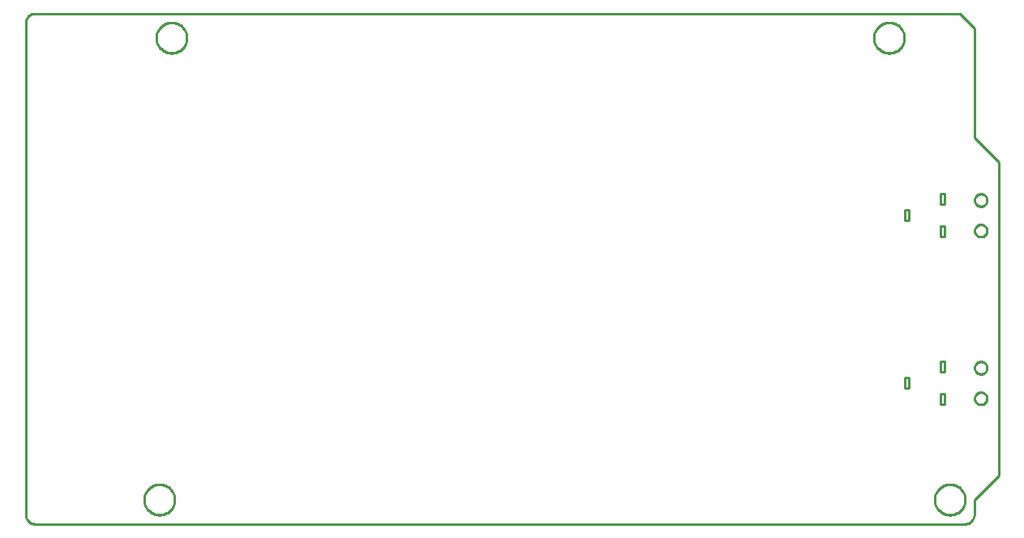
<source format=gbr>
G04 EAGLE Gerber RS-274X export*
G75*
%MOMM*%
%FSLAX34Y34*%
%LPD*%
%IN*%
%IPPOS*%
%AMOC8*
5,1,8,0,0,1.08239X$1,22.5*%
G01*
%ADD10C,0.100000*%
%ADD11C,0.254000*%


D10*
X917980Y152820D02*
X917980Y141820D01*
X921980Y141820D01*
X921980Y152820D01*
X917980Y152820D01*
X955480Y158820D02*
X955480Y169820D01*
X955480Y158820D02*
X959480Y158820D01*
X959480Y169820D01*
X955480Y169820D01*
X955480Y135820D02*
X955480Y124820D01*
X959480Y124820D01*
X959480Y135820D01*
X955480Y135820D01*
X917980Y317080D02*
X917980Y328080D01*
X917980Y317080D02*
X921980Y317080D01*
X921980Y328080D01*
X917980Y328080D01*
X955480Y334080D02*
X955480Y345080D01*
X955480Y334080D02*
X959480Y334080D01*
X959480Y345080D01*
X955480Y345080D01*
X955480Y311080D02*
X955480Y300080D01*
X959480Y300080D01*
X959480Y311080D01*
X955480Y311080D01*
D11*
X-40Y10160D02*
X-2Y9288D01*
X112Y8424D01*
X301Y7572D01*
X563Y6740D01*
X897Y5934D01*
X1300Y5160D01*
X1768Y4424D01*
X2300Y3732D01*
X2889Y3089D01*
X3532Y2500D01*
X4224Y1968D01*
X4960Y1500D01*
X5734Y1097D01*
X6540Y763D01*
X7372Y501D01*
X8224Y312D01*
X9088Y198D01*
X9960Y160D01*
X980560Y160D01*
X981432Y198D01*
X982296Y312D01*
X983148Y501D01*
X983980Y763D01*
X984786Y1097D01*
X985560Y1500D01*
X986296Y1968D01*
X986988Y2500D01*
X987631Y3089D01*
X988220Y3732D01*
X988752Y4424D01*
X989220Y5160D01*
X989623Y5934D01*
X989957Y6740D01*
X990219Y7572D01*
X990408Y8424D01*
X990522Y9288D01*
X990560Y10160D01*
X990560Y25560D01*
X1015960Y50960D01*
X1015960Y378620D01*
X990560Y404020D01*
X990560Y518320D01*
X975320Y533560D01*
X9960Y533560D01*
X9088Y533522D01*
X8224Y533408D01*
X7372Y533219D01*
X6540Y532957D01*
X5734Y532623D01*
X4960Y532220D01*
X4224Y531752D01*
X3532Y531220D01*
X2889Y530631D01*
X2300Y529988D01*
X1768Y529296D01*
X1300Y528560D01*
X897Y527786D01*
X563Y526980D01*
X301Y526148D01*
X112Y525296D01*
X-2Y524432D01*
X-40Y523560D01*
X-40Y10160D01*
X955480Y300080D02*
X959480Y300080D01*
X959480Y311080D01*
X955480Y311080D01*
X955480Y300080D01*
X955480Y334080D02*
X959480Y334080D01*
X959480Y345080D01*
X955480Y345080D01*
X955480Y334080D01*
X917980Y317080D02*
X921980Y317080D01*
X921980Y328080D01*
X917980Y328080D01*
X917980Y317080D01*
X955480Y124820D02*
X959480Y124820D01*
X959480Y135820D01*
X955480Y135820D01*
X955480Y124820D01*
X917980Y141820D02*
X921980Y141820D01*
X921980Y152820D01*
X917980Y152820D01*
X917980Y141820D01*
X955480Y158820D02*
X959480Y158820D01*
X959480Y169820D01*
X955480Y169820D01*
X955480Y158820D01*
X981160Y25036D02*
X981092Y23991D01*
X980955Y22952D01*
X980750Y21925D01*
X980479Y20913D01*
X980143Y19921D01*
X979742Y18953D01*
X979278Y18014D01*
X978755Y17106D01*
X978173Y16235D01*
X977535Y15404D01*
X976844Y14617D01*
X976103Y13876D01*
X975316Y13185D01*
X974485Y12548D01*
X973614Y11966D01*
X972706Y11442D01*
X971767Y10978D01*
X970799Y10577D01*
X969807Y10241D01*
X968795Y9970D01*
X967768Y9765D01*
X966729Y9629D01*
X965684Y9560D01*
X964636Y9560D01*
X963591Y9629D01*
X962552Y9765D01*
X961525Y9970D01*
X960513Y10241D01*
X959521Y10577D01*
X958553Y10978D01*
X957614Y11442D01*
X956706Y11966D01*
X955835Y12548D01*
X955004Y13185D01*
X954217Y13876D01*
X953476Y14617D01*
X952785Y15404D01*
X952148Y16235D01*
X951566Y17106D01*
X951042Y18014D01*
X950578Y18953D01*
X950177Y19921D01*
X949841Y20913D01*
X949570Y21925D01*
X949365Y22952D01*
X949229Y23991D01*
X949160Y25036D01*
X949160Y26084D01*
X949229Y27129D01*
X949365Y28168D01*
X949570Y29195D01*
X949841Y30207D01*
X950177Y31199D01*
X950578Y32167D01*
X951042Y33106D01*
X951566Y34014D01*
X952148Y34885D01*
X952785Y35716D01*
X953476Y36503D01*
X954217Y37244D01*
X955004Y37935D01*
X955835Y38573D01*
X956706Y39155D01*
X957614Y39678D01*
X958553Y40142D01*
X959521Y40543D01*
X960513Y40879D01*
X961525Y41150D01*
X962552Y41355D01*
X963591Y41492D01*
X964636Y41560D01*
X965684Y41560D01*
X966729Y41492D01*
X967768Y41355D01*
X968795Y41150D01*
X969807Y40879D01*
X970799Y40543D01*
X971767Y40142D01*
X972706Y39678D01*
X973614Y39155D01*
X974485Y38573D01*
X975316Y37935D01*
X976103Y37244D01*
X976844Y36503D01*
X977535Y35716D01*
X978173Y34885D01*
X978755Y34014D01*
X979278Y33106D01*
X979742Y32167D01*
X980143Y31199D01*
X980479Y30207D01*
X980750Y29195D01*
X980955Y28168D01*
X981092Y27129D01*
X981160Y26084D01*
X981160Y25036D01*
X168360Y507636D02*
X168292Y506591D01*
X168155Y505552D01*
X167950Y504525D01*
X167679Y503513D01*
X167343Y502521D01*
X166942Y501553D01*
X166478Y500614D01*
X165955Y499706D01*
X165373Y498835D01*
X164735Y498004D01*
X164044Y497217D01*
X163303Y496476D01*
X162516Y495785D01*
X161685Y495148D01*
X160814Y494566D01*
X159906Y494042D01*
X158967Y493578D01*
X157999Y493177D01*
X157007Y492841D01*
X155995Y492570D01*
X154968Y492365D01*
X153929Y492229D01*
X152884Y492160D01*
X151836Y492160D01*
X150791Y492229D01*
X149752Y492365D01*
X148725Y492570D01*
X147713Y492841D01*
X146721Y493177D01*
X145753Y493578D01*
X144814Y494042D01*
X143906Y494566D01*
X143035Y495148D01*
X142204Y495785D01*
X141417Y496476D01*
X140676Y497217D01*
X139985Y498004D01*
X139348Y498835D01*
X138766Y499706D01*
X138242Y500614D01*
X137778Y501553D01*
X137377Y502521D01*
X137041Y503513D01*
X136770Y504525D01*
X136565Y505552D01*
X136429Y506591D01*
X136360Y507636D01*
X136360Y508684D01*
X136429Y509729D01*
X136565Y510768D01*
X136770Y511795D01*
X137041Y512807D01*
X137377Y513799D01*
X137778Y514767D01*
X138242Y515706D01*
X138766Y516614D01*
X139348Y517485D01*
X139985Y518316D01*
X140676Y519103D01*
X141417Y519844D01*
X142204Y520535D01*
X143035Y521173D01*
X143906Y521755D01*
X144814Y522278D01*
X145753Y522742D01*
X146721Y523143D01*
X147713Y523479D01*
X148725Y523750D01*
X149752Y523955D01*
X150791Y524092D01*
X151836Y524160D01*
X152884Y524160D01*
X153929Y524092D01*
X154968Y523955D01*
X155995Y523750D01*
X157007Y523479D01*
X157999Y523143D01*
X158967Y522742D01*
X159906Y522278D01*
X160814Y521755D01*
X161685Y521173D01*
X162516Y520535D01*
X163303Y519844D01*
X164044Y519103D01*
X164735Y518316D01*
X165373Y517485D01*
X165955Y516614D01*
X166478Y515706D01*
X166942Y514767D01*
X167343Y513799D01*
X167679Y512807D01*
X167950Y511795D01*
X168155Y510768D01*
X168292Y509729D01*
X168360Y508684D01*
X168360Y507636D01*
X917660Y507636D02*
X917592Y506591D01*
X917455Y505552D01*
X917250Y504525D01*
X916979Y503513D01*
X916643Y502521D01*
X916242Y501553D01*
X915778Y500614D01*
X915255Y499706D01*
X914673Y498835D01*
X914035Y498004D01*
X913344Y497217D01*
X912603Y496476D01*
X911816Y495785D01*
X910985Y495148D01*
X910114Y494566D01*
X909206Y494042D01*
X908267Y493578D01*
X907299Y493177D01*
X906307Y492841D01*
X905295Y492570D01*
X904268Y492365D01*
X903229Y492229D01*
X902184Y492160D01*
X901136Y492160D01*
X900091Y492229D01*
X899052Y492365D01*
X898025Y492570D01*
X897013Y492841D01*
X896021Y493177D01*
X895053Y493578D01*
X894114Y494042D01*
X893206Y494566D01*
X892335Y495148D01*
X891504Y495785D01*
X890717Y496476D01*
X889976Y497217D01*
X889285Y498004D01*
X888648Y498835D01*
X888066Y499706D01*
X887542Y500614D01*
X887078Y501553D01*
X886677Y502521D01*
X886341Y503513D01*
X886070Y504525D01*
X885865Y505552D01*
X885729Y506591D01*
X885660Y507636D01*
X885660Y508684D01*
X885729Y509729D01*
X885865Y510768D01*
X886070Y511795D01*
X886341Y512807D01*
X886677Y513799D01*
X887078Y514767D01*
X887542Y515706D01*
X888066Y516614D01*
X888648Y517485D01*
X889285Y518316D01*
X889976Y519103D01*
X890717Y519844D01*
X891504Y520535D01*
X892335Y521173D01*
X893206Y521755D01*
X894114Y522278D01*
X895053Y522742D01*
X896021Y523143D01*
X897013Y523479D01*
X898025Y523750D01*
X899052Y523955D01*
X900091Y524092D01*
X901136Y524160D01*
X902184Y524160D01*
X903229Y524092D01*
X904268Y523955D01*
X905295Y523750D01*
X906307Y523479D01*
X907299Y523143D01*
X908267Y522742D01*
X909206Y522278D01*
X910114Y521755D01*
X910985Y521173D01*
X911816Y520535D01*
X912603Y519844D01*
X913344Y519103D01*
X914035Y518316D01*
X914673Y517485D01*
X915255Y516614D01*
X915778Y515706D01*
X916242Y514767D01*
X916643Y513799D01*
X916979Y512807D01*
X917250Y511795D01*
X917455Y510768D01*
X917592Y509729D01*
X917660Y508684D01*
X917660Y507636D01*
X155660Y25036D02*
X155592Y23991D01*
X155455Y22952D01*
X155250Y21925D01*
X154979Y20913D01*
X154643Y19921D01*
X154242Y18953D01*
X153778Y18014D01*
X153255Y17106D01*
X152673Y16235D01*
X152035Y15404D01*
X151344Y14617D01*
X150603Y13876D01*
X149816Y13185D01*
X148985Y12548D01*
X148114Y11966D01*
X147206Y11442D01*
X146267Y10978D01*
X145299Y10577D01*
X144307Y10241D01*
X143295Y9970D01*
X142268Y9765D01*
X141229Y9629D01*
X140184Y9560D01*
X139136Y9560D01*
X138091Y9629D01*
X137052Y9765D01*
X136025Y9970D01*
X135013Y10241D01*
X134021Y10577D01*
X133053Y10978D01*
X132114Y11442D01*
X131206Y11966D01*
X130335Y12548D01*
X129504Y13185D01*
X128717Y13876D01*
X127976Y14617D01*
X127285Y15404D01*
X126648Y16235D01*
X126066Y17106D01*
X125542Y18014D01*
X125078Y18953D01*
X124677Y19921D01*
X124341Y20913D01*
X124070Y21925D01*
X123865Y22952D01*
X123729Y23991D01*
X123660Y25036D01*
X123660Y26084D01*
X123729Y27129D01*
X123865Y28168D01*
X124070Y29195D01*
X124341Y30207D01*
X124677Y31199D01*
X125078Y32167D01*
X125542Y33106D01*
X126066Y34014D01*
X126648Y34885D01*
X127285Y35716D01*
X127976Y36503D01*
X128717Y37244D01*
X129504Y37935D01*
X130335Y38573D01*
X131206Y39155D01*
X132114Y39678D01*
X133053Y40142D01*
X134021Y40543D01*
X135013Y40879D01*
X136025Y41150D01*
X137052Y41355D01*
X138091Y41492D01*
X139136Y41560D01*
X140184Y41560D01*
X141229Y41492D01*
X142268Y41355D01*
X143295Y41150D01*
X144307Y40879D01*
X145299Y40543D01*
X146267Y40142D01*
X147206Y39678D01*
X148114Y39155D01*
X148985Y38573D01*
X149816Y37935D01*
X150603Y37244D01*
X151344Y36503D01*
X152035Y35716D01*
X152673Y34885D01*
X153255Y34014D01*
X153778Y33106D01*
X154242Y32167D01*
X154643Y31199D01*
X154979Y30207D01*
X155250Y29195D01*
X155455Y28168D01*
X155592Y27129D01*
X155660Y26084D01*
X155660Y25036D01*
X997161Y124820D02*
X996525Y124883D01*
X995899Y125007D01*
X995288Y125193D01*
X994698Y125437D01*
X994134Y125738D01*
X993603Y126093D01*
X993110Y126498D01*
X992658Y126950D01*
X992253Y127443D01*
X991898Y127974D01*
X991597Y128538D01*
X991353Y129128D01*
X991167Y129739D01*
X991043Y130365D01*
X990980Y131001D01*
X990980Y131639D01*
X991043Y132275D01*
X991167Y132901D01*
X991353Y133512D01*
X991597Y134102D01*
X991898Y134666D01*
X992253Y135197D01*
X992658Y135690D01*
X993110Y136142D01*
X993603Y136547D01*
X994134Y136902D01*
X994698Y137203D01*
X995288Y137447D01*
X995899Y137633D01*
X996525Y137757D01*
X997161Y137820D01*
X997799Y137820D01*
X998435Y137757D01*
X999061Y137633D01*
X999672Y137447D01*
X1000262Y137203D01*
X1000826Y136902D01*
X1001357Y136547D01*
X1001850Y136142D01*
X1002302Y135690D01*
X1002707Y135197D01*
X1003062Y134666D01*
X1003363Y134102D01*
X1003607Y133512D01*
X1003793Y132901D01*
X1003917Y132275D01*
X1003980Y131639D01*
X1003980Y131001D01*
X1003917Y130365D01*
X1003793Y129739D01*
X1003607Y129128D01*
X1003363Y128538D01*
X1003062Y127974D01*
X1002707Y127443D01*
X1002302Y126950D01*
X1001850Y126498D01*
X1001357Y126093D01*
X1000826Y125738D01*
X1000262Y125437D01*
X999672Y125193D01*
X999061Y125007D01*
X998435Y124883D01*
X997799Y124820D01*
X997161Y124820D01*
X997161Y156820D02*
X996525Y156883D01*
X995899Y157007D01*
X995288Y157193D01*
X994698Y157437D01*
X994134Y157738D01*
X993603Y158093D01*
X993110Y158498D01*
X992658Y158950D01*
X992253Y159443D01*
X991898Y159974D01*
X991597Y160538D01*
X991353Y161128D01*
X991167Y161739D01*
X991043Y162365D01*
X990980Y163001D01*
X990980Y163639D01*
X991043Y164275D01*
X991167Y164901D01*
X991353Y165512D01*
X991597Y166102D01*
X991898Y166666D01*
X992253Y167197D01*
X992658Y167690D01*
X993110Y168142D01*
X993603Y168547D01*
X994134Y168902D01*
X994698Y169203D01*
X995288Y169447D01*
X995899Y169633D01*
X996525Y169757D01*
X997161Y169820D01*
X997799Y169820D01*
X998435Y169757D01*
X999061Y169633D01*
X999672Y169447D01*
X1000262Y169203D01*
X1000826Y168902D01*
X1001357Y168547D01*
X1001850Y168142D01*
X1002302Y167690D01*
X1002707Y167197D01*
X1003062Y166666D01*
X1003363Y166102D01*
X1003607Y165512D01*
X1003793Y164901D01*
X1003917Y164275D01*
X1003980Y163639D01*
X1003980Y163001D01*
X1003917Y162365D01*
X1003793Y161739D01*
X1003607Y161128D01*
X1003363Y160538D01*
X1003062Y159974D01*
X1002707Y159443D01*
X1002302Y158950D01*
X1001850Y158498D01*
X1001357Y158093D01*
X1000826Y157738D01*
X1000262Y157437D01*
X999672Y157193D01*
X999061Y157007D01*
X998435Y156883D01*
X997799Y156820D01*
X997161Y156820D01*
X997161Y300080D02*
X996525Y300143D01*
X995899Y300267D01*
X995288Y300453D01*
X994698Y300697D01*
X994134Y300998D01*
X993603Y301353D01*
X993110Y301758D01*
X992658Y302210D01*
X992253Y302703D01*
X991898Y303234D01*
X991597Y303798D01*
X991353Y304388D01*
X991167Y304999D01*
X991043Y305625D01*
X990980Y306261D01*
X990980Y306899D01*
X991043Y307535D01*
X991167Y308161D01*
X991353Y308772D01*
X991597Y309362D01*
X991898Y309926D01*
X992253Y310457D01*
X992658Y310950D01*
X993110Y311402D01*
X993603Y311807D01*
X994134Y312162D01*
X994698Y312463D01*
X995288Y312707D01*
X995899Y312893D01*
X996525Y313017D01*
X997161Y313080D01*
X997799Y313080D01*
X998435Y313017D01*
X999061Y312893D01*
X999672Y312707D01*
X1000262Y312463D01*
X1000826Y312162D01*
X1001357Y311807D01*
X1001850Y311402D01*
X1002302Y310950D01*
X1002707Y310457D01*
X1003062Y309926D01*
X1003363Y309362D01*
X1003607Y308772D01*
X1003793Y308161D01*
X1003917Y307535D01*
X1003980Y306899D01*
X1003980Y306261D01*
X1003917Y305625D01*
X1003793Y304999D01*
X1003607Y304388D01*
X1003363Y303798D01*
X1003062Y303234D01*
X1002707Y302703D01*
X1002302Y302210D01*
X1001850Y301758D01*
X1001357Y301353D01*
X1000826Y300998D01*
X1000262Y300697D01*
X999672Y300453D01*
X999061Y300267D01*
X998435Y300143D01*
X997799Y300080D01*
X997161Y300080D01*
X997161Y332080D02*
X996525Y332143D01*
X995899Y332267D01*
X995288Y332453D01*
X994698Y332697D01*
X994134Y332998D01*
X993603Y333353D01*
X993110Y333758D01*
X992658Y334210D01*
X992253Y334703D01*
X991898Y335234D01*
X991597Y335798D01*
X991353Y336388D01*
X991167Y336999D01*
X991043Y337625D01*
X990980Y338261D01*
X990980Y338899D01*
X991043Y339535D01*
X991167Y340161D01*
X991353Y340772D01*
X991597Y341362D01*
X991898Y341926D01*
X992253Y342457D01*
X992658Y342950D01*
X993110Y343402D01*
X993603Y343807D01*
X994134Y344162D01*
X994698Y344463D01*
X995288Y344707D01*
X995899Y344893D01*
X996525Y345017D01*
X997161Y345080D01*
X997799Y345080D01*
X998435Y345017D01*
X999061Y344893D01*
X999672Y344707D01*
X1000262Y344463D01*
X1000826Y344162D01*
X1001357Y343807D01*
X1001850Y343402D01*
X1002302Y342950D01*
X1002707Y342457D01*
X1003062Y341926D01*
X1003363Y341362D01*
X1003607Y340772D01*
X1003793Y340161D01*
X1003917Y339535D01*
X1003980Y338899D01*
X1003980Y338261D01*
X1003917Y337625D01*
X1003793Y336999D01*
X1003607Y336388D01*
X1003363Y335798D01*
X1003062Y335234D01*
X1002707Y334703D01*
X1002302Y334210D01*
X1001850Y333758D01*
X1001357Y333353D01*
X1000826Y332998D01*
X1000262Y332697D01*
X999672Y332453D01*
X999061Y332267D01*
X998435Y332143D01*
X997799Y332080D01*
X997161Y332080D01*
M02*

</source>
